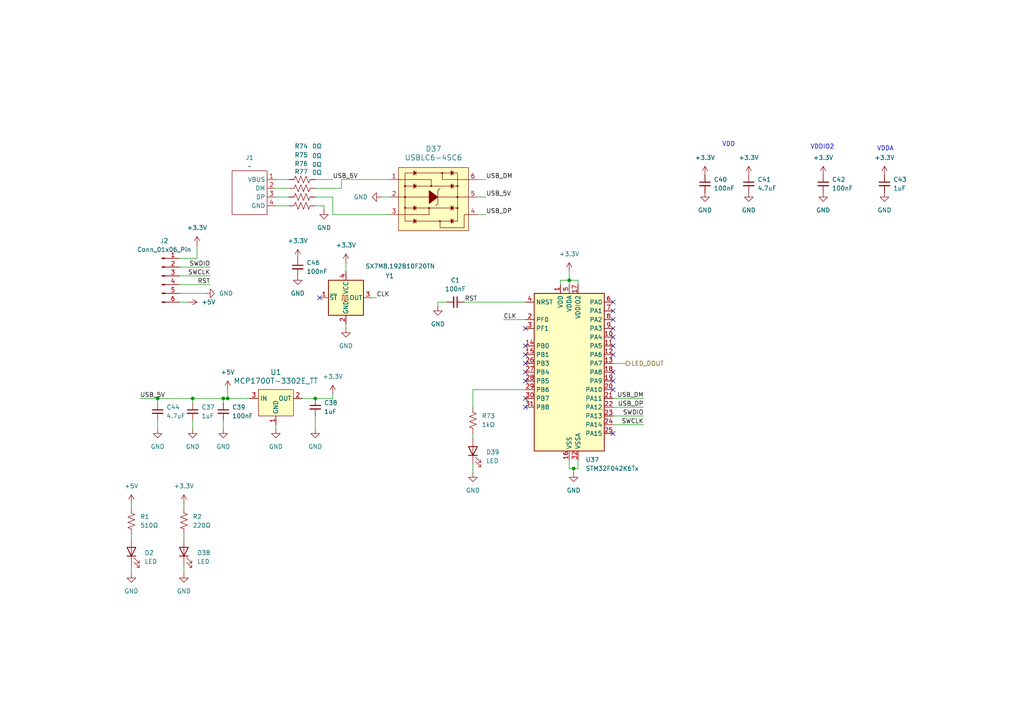
<source format=kicad_sch>
(kicad_sch (version 20231120) (generator "eeschema") (generator_version "8.0")
  (paper "A4")
  (lib_symbols
    (symbol "Connector:Conn_01x06_Pin" (pin_names (offset 1.016) hide)
      (property "Reference" "J" (at 0 7.62 0))
      (property "Value" "Conn_01x06_Pin" (at 0 -10.16 0))
      (symbol "Conn_01x06_Pin_1_1"
        (polyline (pts (xy 1.27 -7.62) (xy 0.8636 -7.62)) (stroke (width 0.1524)))
        (polyline (pts (xy 1.27 -5.08) (xy 0.8636 -5.08)) (stroke (width 0.1524)))
        (polyline (pts (xy 1.27 -2.54) (xy 0.8636 -2.54)) (stroke (width 0.1524)))
        (polyline (pts (xy 1.27 0) (xy 0.8636 0)) (stroke (width 0.1524)))
        (polyline (pts (xy 1.27 2.54) (xy 0.8636 2.54)) (stroke (width 0.1524)))
        (polyline (pts (xy 1.27 5.08) (xy 0.8636 5.08)) (stroke (width 0.1524)))
        (rectangle (start 0.8636 -7.493) (end 0 -7.747) (stroke (width 0.1524)) (fill (type outline)))
        (rectangle (start 0.8636 -4.953) (end 0 -5.207) (stroke (width 0.1524)) (fill (type outline)))
        (rectangle (start 0.8636 -2.413) (end 0 -2.667) (stroke (width 0.1524)) (fill (type outline)))
        (rectangle (start 0.8636 0.127) (end 0 -0.127) (stroke (width 0.1524)) (fill (type outline)))
        (rectangle (start 0.8636 2.667) (end 0 2.413) (stroke (width 0.1524)) (fill (type outline)))
        (rectangle (start 0.8636 5.207) (end 0 4.953) (stroke (width 0.1524)) (fill (type outline)))
        (pin passive line (at 5.08 5.08 180) (length 3.81) (name "Pin_1") (number "1"))
        (pin passive line (at 5.08 2.54 180) (length 3.81) (name "Pin_2") (number "2"))
        (pin passive line (at 5.08 0 180) (length 3.81) (name "Pin_3") (number "3"))
        (pin passive line (at 5.08 -2.54 180) (length 3.81) (name "Pin_4") (number "4"))
        (pin passive line (at 5.08 -5.08 180) (length 3.81) (name "Pin_5") (number "5"))
        (pin passive line (at 5.08 -7.62 180) (length 3.81) (name "Pin_6") (number "6"))
      )
    )
    (symbol "Device:C_Small" (pin_numbers hide) (pin_names (offset 0.254) hide)
      (property "Reference" "C" (at 0.254 1.778 0))
      (property "Value" "C_Small" (at 0.254 -2.032 0))
      (symbol "C_Small_0_1"
        (polyline (pts (xy -1.524 -0.508) (xy 1.524 -0.508)) (stroke (width 0.3302)))
        (polyline (pts (xy -1.524 0.508) (xy 1.524 0.508)) (stroke (width 0.3048)))
      )
      (symbol "C_Small_1_1"
        (pin passive line (at 0 2.54 270) (length 2.032) (name "~") (number "1"))
        (pin passive line (at 0 -2.54 90) (length 2.032) (name "~") (number "2"))
      )
    )
    (symbol "Device:LED" (pin_numbers hide) (pin_names (offset 1.016) hide)
      (property "Reference" "D" (at 0 2.54 0))
      (property "Value" "LED" (at 0 -2.54 0))
      (symbol "LED_0_1"
        (polyline (pts (xy -1.27 -1.27) (xy -1.27 1.27)) (stroke (width 0.254)))
        (polyline (pts (xy -1.27 0) (xy 1.27 0)))
        (polyline (pts (xy 1.27 -1.27) (xy 1.27 1.27) (xy -1.27 0) (xy 1.27 -1.27)) (stroke (width 0.254)))
        (polyline (pts (xy -3.048 -0.762) (xy -4.572 -2.286) (xy -3.81 -2.286) (xy -4.572 -2.286) (xy -4.572 -1.524)))
        (polyline (pts (xy -1.778 -0.762) (xy -3.302 -2.286) (xy -2.54 -2.286) (xy -3.302 -2.286) (xy -3.302 -1.524)))
      )
      (symbol "LED_1_1"
        (pin passive line (at -3.81 0 0) (length 2.54) (name "K") (number "1"))
        (pin passive line (at 3.81 0 180) (length 2.54) (name "A") (number "2"))
      )
    )
    (symbol "Device:R_US" (pin_numbers hide) (pin_names (offset 0))
      (property "Reference" "R" (at 2.54 0 90))
      (property "Value" "R_US" (at -2.54 0 90))
      (symbol "R_US_0_1"
        (polyline (pts (xy 0 -2.286) (xy 0 -2.54)))
        (polyline (pts (xy 0 2.286) (xy 0 2.54)))
        (polyline (pts (xy 0 -0.762) (xy 1.016 -1.143) (xy 0 -1.524) (xy -1.016 -1.905) (xy 0 -2.286)))
        (polyline (pts (xy 0 0.762) (xy 1.016 0.381) (xy 0 0) (xy -1.016 -0.381) (xy 0 -0.762)))
        (polyline (pts (xy 0 2.286) (xy 1.016 1.905) (xy 0 1.524) (xy -1.016 1.143) (xy 0 0.762)))
      )
      (symbol "R_US_1_1"
        (pin passive line (at 0 3.81 270) (length 1.27) (name "~") (number "1"))
        (pin passive line (at 0 -3.81 90) (length 1.27) (name "~") (number "2"))
      )
    )
    (symbol "MCU_ST_STM32F0:STM32F042K6Tx"
      (property "Reference" "U" (at -10.16 24.13 0))
      (property "Value" "STM32F042K6Tx" (at 5.08 24.13 0))
      (symbol "STM32F042K6Tx_0_1"
        (rectangle (start -10.16 -22.86) (end 10.16 22.86) (stroke (width 0.254)) (fill (type background)))
      )
      (symbol "STM32F042K6Tx_1_1"
        (pin power_in line (at -2.54 25.4 270) (length 2.54) (name "VDD") (number "1"))
        (pin bidirectional line (at 12.7 10.16 180) (length 2.54) (name "PA4") (number "10"))
        (pin bidirectional line (at 12.7 7.62 180) (length 2.54) (name "PA5") (number "11"))
        (pin bidirectional line (at 12.7 5.08 180) (length 2.54) (name "PA6") (number "12"))
        (pin bidirectional line (at 12.7 2.54 180) (length 2.54) (name "PA7") (number "13"))
        (pin bidirectional line (at -12.7 7.62 0) (length 2.54) (name "PB0") (number "14"))
        (pin bidirectional line (at -12.7 5.08 0) (length 2.54) (name "PB1") (number "15"))
        (pin power_in line (at 0 -25.4 90) (length 2.54) (name "VSS") (number "16"))
        (pin power_in line (at 2.54 25.4 270) (length 2.54) (name "VDDIO2") (number "17"))
        (pin bidirectional line (at 12.7 0 180) (length 2.54) (name "PA8") (number "18"))
        (pin bidirectional line (at 12.7 -2.54 180) (length 2.54) (name "PA9") (number "19"))
        (pin bidirectional line (at -12.7 15.24 0) (length 2.54) (name "PF0") (number "2"))
        (pin bidirectional line (at 12.7 -5.08 180) (length 2.54) (name "PA10") (number "20"))
        (pin bidirectional line (at 12.7 -7.62 180) (length 2.54) (name "PA11") (number "21"))
        (pin bidirectional line (at 12.7 -10.16 180) (length 2.54) (name "PA12") (number "22"))
        (pin bidirectional line (at 12.7 -12.7 180) (length 2.54) (name "PA13") (number "23"))
        (pin bidirectional line (at 12.7 -15.24 180) (length 2.54) (name "PA14") (number "24"))
        (pin bidirectional line (at 12.7 -17.78 180) (length 2.54) (name "PA15") (number "25"))
        (pin bidirectional line (at -12.7 2.54 0) (length 2.54) (name "PB3") (number "26"))
        (pin bidirectional line (at -12.7 0 0) (length 2.54) (name "PB4") (number "27"))
        (pin bidirectional line (at -12.7 -2.54 0) (length 2.54) (name "PB5") (number "28"))
        (pin bidirectional line (at -12.7 -5.08 0) (length 2.54) (name "PB6") (number "29"))
        (pin bidirectional line (at -12.7 12.7 0) (length 2.54) (name "PF1") (number "3"))
        (pin bidirectional line (at -12.7 -7.62 0) (length 2.54) (name "PB7") (number "30"))
        (pin bidirectional line (at -12.7 -10.16 0) (length 2.54) (name "PB8") (number "31"))
        (pin power_in line (at 2.54 -25.4 90) (length 2.54) (name "VSSA") (number "32"))
        (pin input line (at -12.7 20.32 0) (length 2.54) (name "NRST") (number "4"))
        (pin power_in line (at 0 25.4 270) (length 2.54) (name "VDDA") (number "5"))
        (pin bidirectional line (at 12.7 20.32 180) (length 2.54) (name "PA0") (number "6"))
        (pin bidirectional line (at 12.7 17.78 180) (length 2.54) (name "PA1") (number "7"))
        (pin bidirectional line (at 12.7 15.24 180) (length 2.54) (name "PA2") (number "8"))
        (pin bidirectional line (at 12.7 12.7 180) (length 2.54) (name "PA3") (number "9"))
      )
    )
    (symbol "Oscillator:SG-7050CAN" (pin_names (offset 0.254))
      (property "Reference" "X" (at -5.08 6.35 0))
      (property "Value" "SG-7050CAN" (at 1.27 -6.35 0))
      (symbol "SG-7050CAN_0_1"
        (rectangle (start -5.08 5.08) (end 5.08 -5.08) (stroke (width 0.254)) (fill (type background)))
        (polyline (pts (xy -1.27 -0.762) (xy -1.016 -0.762) (xy -1.016 0.762) (xy -0.508 0.762) (xy -0.508 -0.762) (xy 0 -0.762) (xy 0 0.762) (xy 0.508 0.762) (xy 0.508 -0.762) (xy 0.762 -0.762)))
      )
      (symbol "SG-7050CAN_1_1"
        (pin input line (at -7.62 0 0) (length 2.54) (name "~{ST}") (number "1"))
        (pin power_in line (at 0 -7.62 90) (length 2.54) (name "GND") (number "2"))
        (pin output line (at 7.62 0 180) (length 2.54) (name "OUT") (number "3"))
        (pin power_in line (at 0 7.62 270) (length 2.54) (name "VCC") (number "4"))
      )
    )
    (symbol "R_US_1" (pin_numbers hide) (pin_names (offset 0))
      (property "Reference" "R" (at 2.54 0 90))
      (property "Value" "R_US" (at -2.54 0 90))
      (symbol "R_US_1_0_1"
        (polyline (pts (xy 0 -2.286) (xy 0 -2.54)))
        (polyline (pts (xy 0 2.286) (xy 0 2.54)))
        (polyline (pts (xy 0 -0.762) (xy 1.016 -1.143) (xy 0 -1.524) (xy -1.016 -1.905) (xy 0 -2.286)))
        (polyline (pts (xy 0 0.762) (xy 1.016 0.381) (xy 0 0) (xy -1.016 -0.381) (xy 0 -0.762)))
        (polyline (pts (xy 0 2.286) (xy 1.016 1.905) (xy 0 1.524) (xy -1.016 1.143) (xy 0 0.762)))
      )
      (symbol "R_US_1_1_1"
        (pin passive line (at 0 3.81 270) (length 1.27) (name "~") (number "1"))
        (pin passive line (at 0 -3.81 90) (length 1.27) (name "~") (number "2"))
      )
    )
    (symbol "R_US_2" (pin_numbers hide) (pin_names (offset 0))
      (property "Reference" "R" (at 2.54 0 90))
      (property "Value" "R_US" (at -2.54 0 90))
      (symbol "R_US_2_0_1"
        (polyline (pts (xy 0 -2.286) (xy 0 -2.54)))
        (polyline (pts (xy 0 2.286) (xy 0 2.54)))
        (polyline (pts (xy 0 -0.762) (xy 1.016 -1.143) (xy 0 -1.524) (xy -1.016 -1.905) (xy 0 -2.286)))
        (polyline (pts (xy 0 0.762) (xy 1.016 0.381) (xy 0 0) (xy -1.016 -0.381) (xy 0 -0.762)))
        (polyline (pts (xy 0 2.286) (xy 1.016 1.905) (xy 0 1.524) (xy -1.016 1.143) (xy 0 0.762)))
      )
      (symbol "R_US_2_1_1"
        (pin passive line (at 0 3.81 270) (length 1.27) (name "~") (number "1"))
        (pin passive line (at 0 -3.81 90) (length 1.27) (name "~") (number "2"))
      )
    )
    (symbol "R_US_3" (pin_numbers hide) (pin_names (offset 0))
      (property "Reference" "R" (at 2.54 0 90))
      (property "Value" "R_US" (at -2.54 0 90))
      (symbol "R_US_3_0_1"
        (polyline (pts (xy 0 -2.286) (xy 0 -2.54)))
        (polyline (pts (xy 0 2.286) (xy 0 2.54)))
        (polyline (pts (xy 0 -0.762) (xy 1.016 -1.143) (xy 0 -1.524) (xy -1.016 -1.905) (xy 0 -2.286)))
        (polyline (pts (xy 0 0.762) (xy 1.016 0.381) (xy 0 0) (xy -1.016 -0.381) (xy 0 -0.762)))
        (polyline (pts (xy 0 2.286) (xy 1.016 1.905) (xy 0 1.524) (xy -1.016 1.143) (xy 0 0.762)))
      )
      (symbol "R_US_3_1_1"
        (pin passive line (at 0 3.81 270) (length 1.27) (name "~") (number "1"))
        (pin passive line (at 0 -3.81 90) (length 1.27) (name "~") (number "2"))
      )
    )
    (symbol "R_US_4" (pin_numbers hide) (pin_names (offset 0))
      (property "Reference" "R" (at 2.54 0 90))
      (property "Value" "R_US" (at -2.54 0 90))
      (symbol "R_US_4_0_1"
        (polyline (pts (xy 0 -2.286) (xy 0 -2.54)))
        (polyline (pts (xy 0 2.286) (xy 0 2.54)))
        (polyline (pts (xy 0 -0.762) (xy 1.016 -1.143) (xy 0 -1.524) (xy -1.016 -1.905) (xy 0 -2.286)))
        (polyline (pts (xy 0 0.762) (xy 1.016 0.381) (xy 0 0) (xy -1.016 -0.381) (xy 0 -0.762)))
        (polyline (pts (xy 0 2.286) (xy 1.016 1.905) (xy 0 1.524) (xy -1.016 1.143) (xy 0 0.762)))
      )
      (symbol "R_US_4_1_1"
        (pin passive line (at 0 3.81 270) (length 1.27) (name "~") (number "1"))
        (pin passive line (at 0 -3.81 90) (length 1.27) (name "~") (number "2"))
      )
    )
    (symbol "USB:USB"
      (property "Reference" "J" (at 5.334 6.604 0))
      (symbol "USB_0_1"
        (rectangle (start 6.35 5.08) (end -3.81 -7.62))
      )
      (symbol "USB_1_1"
        (pin power_in line (at 8.89 2.54 180) (length 2.54) (name "VBUS") (number "1"))
        (pin bidirectional line (at 8.89 0 180) (length 2.54) (name "DM") (number "2"))
        (pin bidirectional line (at 8.89 -2.54 180) (length 2.54) (name "DP") (number "3"))
        (pin power_out line (at 8.89 -5.08 180) (length 2.54) (name "GND") (number "4"))
      )
    )
    (symbol "dk_PMIC-Voltage-Regulators-Linear:MCP1700T-3302E_TT"
      (property "Reference" "U" (at 0 3.81 0))
      (property "Value" "MCP1700T-3302E_TT" (at 0 6.35 0))
      (symbol "MCP1700T-3302E_TT_0_1"
        (rectangle (start -5.08 2.54) (end 5.08 -5.08) (fill (type background)))
      )
      (symbol "MCP1700T-3302E_TT_1_1"
        (pin power_in line (at 0 -7.62 90) (length 2.54) (name "GND") (number "1"))
        (pin power_out line (at 7.62 0 180) (length 2.54) (name "OUT") (number "2"))
        (pin power_in line (at -7.62 0 0) (length 2.54) (name "IN") (number "3"))
      )
    )
    (symbol "dk_TVS-Diodes:USBLC6-4SC6" (pin_names (offset 1.016))
      (property "Reference" "D" (at -10.16 9.652 0))
      (property "Value" "USBLC6-4SC6" (at 0 -11.176 0))
      (symbol "USBLC6-4SC6_0_1"
        (rectangle (start -10.16 8.509) (end 10.16 -9.779) (fill (type background)))
        (circle (center -8.2804 3.2004) (radius 0.2032) (fill (type outline)))
        (circle (center -8.2296 -3.1496) (radius 0.2032) (fill (type outline)))
        (circle (center -8.2296 0) (radius 0.2032) (fill (type outline)))
        (circle (center -1.27 -3.2004) (radius 0.2032) (fill (type outline)))
        (circle (center -0.635 3.2004) (radius 0.2032) (fill (type outline)))
        (polyline (pts (xy -5.715 -3.175) (xy -8.255 -3.175)))
        (polyline (pts (xy -5.715 3.175) (xy -8.255 3.175)))
        (polyline (pts (xy -5.08 -6.985) (xy 5.08 -6.985)))
        (polyline (pts (xy -5.08 -6.35) (xy -5.08 -7.62)))
        (polyline (pts (xy -5.08 -3.175) (xy 5.08 -3.175)))
        (polyline (pts (xy -5.08 -2.54) (xy -5.08 -3.81)))
        (polyline (pts (xy -5.08 3.175) (xy 5.08 3.175)))
        (polyline (pts (xy -5.08 3.81) (xy -5.08 2.54)))
        (polyline (pts (xy -5.08 6.985) (xy 5.08 6.985)))
        (polyline (pts (xy -5.08 7.62) (xy -5.08 6.35)))
        (polyline (pts (xy 1.27 -1.905) (xy 0.635 -2.54)))
        (polyline (pts (xy 1.27 1.905) (xy 1.27 -1.905)))
        (polyline (pts (xy 1.27 1.905) (xy 1.905 2.54)))
        (polyline (pts (xy 5.715 -6.35) (xy 5.715 -7.62)))
        (polyline (pts (xy 5.715 -3.175) (xy 6.985 -3.175)))
        (polyline (pts (xy 5.715 -2.54) (xy 5.715 -3.81)))
        (polyline (pts (xy 5.715 3.175) (xy 6.985 3.175)))
        (polyline (pts (xy 5.715 3.81) (xy 5.715 2.54)))
        (polyline (pts (xy 5.715 6.35) (xy 5.715 6.35)))
        (polyline (pts (xy 5.715 7.62) (xy 5.715 6.35)))
        (polyline (pts (xy 6.985 0) (xy 1.27 0)))
        (polyline (pts (xy 6.985 3.175) (xy 6.985 3.175)))
        (polyline (pts (xy 10.16 0) (xy 6.985 0)))
        (polyline (pts (xy -10.16 -5.08) (xy -1.27 -5.08) (xy -1.27 -3.175)))
        (polyline (pts (xy -10.16 0) (xy -8.255 0) (xy -1.27 0)))
        (polyline (pts (xy -10.16 5.08) (xy -0.635 5.08) (xy -0.635 3.175)))
        (polyline (pts (xy 10.16 5.08) (xy 2.54 5.08) (xy 2.54 6.985)))
        (polyline (pts (xy -5.715 -6.35) (xy -5.715 -7.62) (xy -5.08 -6.985) (xy -5.715 -6.35)) (fill (type outline)))
        (polyline (pts (xy -5.715 -2.54) (xy -5.715 -3.81) (xy -5.08 -3.175) (xy -5.715 -2.54)) (fill (type outline)))
        (polyline (pts (xy -5.715 3.81) (xy -5.715 2.54) (xy -5.08 3.175) (xy -5.715 3.81)) (fill (type outline)))
        (polyline (pts (xy -5.715 7.62) (xy -5.715 6.35) (xy -5.08 6.985) (xy -5.715 7.62)) (fill (type outline)))
        (polyline (pts (xy -1.27 1.905) (xy -1.27 -1.905) (xy 1.27 0) (xy -1.27 1.905)) (fill (type outline)))
        (polyline (pts (xy 5.08 -6.35) (xy 5.08 -7.62) (xy 5.715 -6.985) (xy 5.08 -6.35)) (fill (type outline)))
        (polyline (pts (xy 5.08 -2.54) (xy 5.08 -3.81) (xy 5.715 -3.175) (xy 5.08 -2.54)) (fill (type outline)))
        (polyline (pts (xy 5.08 3.81) (xy 5.08 2.54) (xy 5.715 3.175) (xy 5.08 3.81)) (fill (type outline)))
        (polyline (pts (xy 5.08 7.62) (xy 5.08 6.35) (xy 5.715 6.985) (xy 5.08 7.62)) (fill (type outline)))
        (polyline (pts (xy 10.16 -5.08) (xy 8.89 -5.08) (xy 8.89 -8.89) (xy 1.905 -8.89) (xy 1.905 -6.985)))
        (circle (center 1.8796 -7.0104) (radius 0.2032) (fill (type outline)))
        (circle (center 2.54 6.9596) (radius 0.2032) (fill (type outline)))
        (circle (center 6.9596 -3.2004) (radius 0.2032) (fill (type outline)))
        (circle (center 6.9596 0) (radius 0.2032) (fill (type outline)))
        (circle (center 6.9596 3.2004) (radius 0.2032) (fill (type outline)))
      )
      (symbol "USBLC6-4SC6_1_1"
        (polyline (pts (xy -5.715 6.985) (xy -8.255 6.985) (xy -8.255 -6.985) (xy -5.715 -6.985)))
        (polyline (pts (xy 5.715 -6.985) (xy 6.985 -6.985) (xy 6.985 6.985) (xy 5.715 6.985)))
        (pin input line (at -12.7 5.08 0) (length 2.54) (name "~") (number "1"))
        (pin power_in line (at -12.7 0 0) (length 2.54) (name "~") (number "2"))
        (pin input line (at -12.7 -5.08 0) (length 2.54) (name "~") (number "3"))
        (pin input line (at 12.7 -5.08 180) (length 2.54) (name "~") (number "4"))
        (pin output line (at 12.7 0 180) (length 2.54) (name "~") (number "5"))
        (pin input line (at 12.7 5.08 180) (length 2.54) (name "~") (number "6"))
      )
    )
    (symbol "power:+3.3V" (power) (pin_numbers hide) (pin_names (offset 0) hide)
      (property "Value" "+3.3V" (at 0 3.556 0))
      (symbol "+3.3V_0_1"
        (polyline (pts (xy -0.762 1.27) (xy 0 2.54)))
        (polyline (pts (xy 0 0) (xy 0 2.54)))
        (polyline (pts (xy 0 2.54) (xy 0.762 1.27)))
      )
      (symbol "+3.3V_1_1"
        (pin power_in line (at 0 0 90) (length 0) (name "~") (number "1"))
      )
    )
    (symbol "power:+5V" (power) (pin_numbers hide) (pin_names (offset 0) hide)
      (property "Value" "+5V" (at 0 3.556 0))
      (symbol "+5V_0_1"
        (polyline (pts (xy -0.762 1.27) (xy 0 2.54)))
        (polyline (pts (xy 0 0) (xy 0 2.54)))
        (polyline (pts (xy 0 2.54) (xy 0.762 1.27)))
      )
      (symbol "+5V_1_1"
        (pin power_in line (at 0 0 90) (length 0) (name "~") (number "1"))
      )
    )
    (symbol "power:GND" (power) (pin_numbers hide) (pin_names (offset 0) hide)
      (property "Value" "GND" (at 0 -3.81 0))
      (symbol "GND_0_1"
        (polyline (pts (xy 0 0) (xy 0 -1.27) (xy 1.27 -1.27) (xy 0 -2.54) (xy -1.27 -1.27) (xy 0 -1.27)))
      )
      (symbol "GND_1_1"
        (pin power_in line (at 0 0 270) (length 0) (name "~") (number "1"))
      )
    )
  )
  (junction (at 91.44 115.57))
  (junction (at 66.04 115.57))
  (junction (at 64.77 115.57))
  (junction (at 165.1 81.28))
  (junction (at 55.88 115.57))
  (junction (at 166.37 135.89))
  (junction (at 45.72 115.57))
  (no_connect (at 177.8 113.03))
  (no_connect (at 177.8 102.87))
  (no_connect (at 152.4 100.33))
  (no_connect (at 152.4 115.57))
  (no_connect (at 177.8 100.33))
  (no_connect (at 152.4 110.49))
  (no_connect (at 152.4 95.25))
  (no_connect (at 177.8 87.63))
  (no_connect (at 177.8 95.25))
  (no_connect (at 152.4 118.11))
  (no_connect (at 177.8 110.49))
  (no_connect (at 152.4 105.41))
  (no_connect (at 177.8 125.73))
  (no_connect (at 177.8 92.71))
  (no_connect (at 152.4 102.87))
  (no_connect (at 152.4 107.95))
  (no_connect (at 177.8 107.95))
  (no_connect (at 177.8 97.79))
  (no_connect (at 92.71 86.36))
  (no_connect (at 177.8 90.17))
  (wire (pts (xy 96.52 114.3) (xy 96.52 115.57)))
  (wire (pts (xy 138.43 57.15) (xy 140.97 57.15)))
  (wire (pts (xy 96.52 62.23) (xy 96.52 57.15)))
  (wire (pts (xy 64.77 115.57) (xy 64.77 116.84)))
  (wire (pts (xy 177.8 105.41) (xy 181.61 105.41)))
  (wire (pts (xy 110.49 57.15) (xy 113.03 57.15)))
  (wire (pts (xy 52.07 87.63) (xy 54.61 87.63)))
  (wire (pts (xy 52.07 85.09) (xy 59.69 85.09)))
  (wire (pts (xy 152.4 113.03) (xy 137.16 113.03)))
  (wire (pts (xy 138.43 62.23) (xy 140.97 62.23)))
  (wire (pts (xy 55.88 115.57) (xy 55.88 116.84)))
  (wire (pts (xy 96.52 115.57) (xy 91.44 115.57)))
  (wire (pts (xy 52.07 82.55) (xy 60.96 82.55)))
  (wire (pts (xy 134.62 87.63) (xy 152.4 87.63)))
  (wire (pts (xy 177.8 115.57) (xy 186.69 115.57)))
  (wire (pts (xy 80.01 54.61) (xy 83.82 54.61)))
  (wire (pts (xy 53.34 156.21) (xy 53.34 154.94)))
  (wire (pts (xy 52.07 80.01) (xy 60.96 80.01)))
  (wire (pts (xy 55.88 121.92) (xy 55.88 124.46)))
  (wire (pts (xy 38.1 147.32) (xy 38.1 146.05)))
  (wire (pts (xy 177.8 118.11) (xy 186.69 118.11)))
  (wire (pts (xy 91.44 120.65) (xy 91.44 124.46)))
  (wire (pts (xy 146.05 92.71) (xy 152.4 92.71)))
  (wire (pts (xy 165.1 78.74) (xy 165.1 81.28)))
  (wire (pts (xy 177.8 120.65) (xy 186.69 120.65)))
  (wire (pts (xy 137.16 134.62) (xy 137.16 137.16)))
  (wire (pts (xy 45.72 115.57) (xy 45.72 116.84)))
  (wire (pts (xy 80.01 123.19) (xy 80.01 124.46)))
  (wire (pts (xy 45.72 121.92) (xy 45.72 124.46)))
  (wire (pts (xy 57.15 71.12) (xy 57.15 74.93)))
  (wire (pts (xy 66.04 113.03) (xy 66.04 115.57)))
  (wire (pts (xy 165.1 81.28) (xy 165.1 82.55)))
  (wire (pts (xy 91.44 54.61) (xy 99.06 54.61)))
  (wire (pts (xy 91.44 52.07) (xy 96.52 52.07)))
  (wire (pts (xy 66.04 115.57) (xy 72.39 115.57)))
  (wire (pts (xy 107.95 86.36) (xy 109.22 86.36)))
  (wire (pts (xy 99.06 52.07) (xy 113.03 52.07)))
  (wire (pts (xy 93.98 59.69) (xy 93.98 60.96)))
  (wire (pts (xy 165.1 81.28) (xy 167.64 81.28)))
  (wire (pts (xy 165.1 135.89) (xy 166.37 135.89)))
  (wire (pts (xy 40.64 115.57) (xy 45.72 115.57)))
  (wire (pts (xy 38.1 163.83) (xy 38.1 166.37)))
  (wire (pts (xy 162.56 81.28) (xy 162.56 82.55)))
  (wire (pts (xy 38.1 156.21) (xy 38.1 154.94)))
  (wire (pts (xy 45.72 115.57) (xy 55.88 115.57)))
  (wire (pts (xy 177.8 123.19) (xy 186.69 123.19)))
  (wire (pts (xy 53.34 163.83) (xy 53.34 166.37)))
  (wire (pts (xy 127 87.63) (xy 127 88.9)))
  (wire (pts (xy 166.37 135.89) (xy 166.37 137.16)))
  (wire (pts (xy 100.33 93.98) (xy 100.33 95.25)))
  (wire (pts (xy 64.77 121.92) (xy 64.77 124.46)))
  (wire (pts (xy 80.01 59.69) (xy 83.82 59.69)))
  (wire (pts (xy 167.64 81.28) (xy 167.64 82.55)))
  (wire (pts (xy 52.07 77.47) (xy 60.96 77.47)))
  (wire (pts (xy 91.44 115.57) (xy 87.63 115.57)))
  (wire (pts (xy 55.88 115.57) (xy 64.77 115.57)))
  (wire (pts (xy 66.04 115.57) (xy 64.77 115.57)))
  (wire (pts (xy 165.1 81.28) (xy 162.56 81.28)))
  (wire (pts (xy 99.06 54.61) (xy 99.06 52.07)))
  (wire (pts (xy 91.44 59.69) (xy 93.98 59.69)))
  (wire (pts (xy 80.01 57.15) (xy 83.82 57.15)))
  (wire (pts (xy 138.43 52.07) (xy 140.97 52.07)))
  (wire (pts (xy 137.16 113.03) (xy 137.16 118.11)))
  (wire (pts (xy 100.33 76.2) (xy 100.33 78.74)))
  (wire (pts (xy 137.16 127) (xy 137.16 125.73)))
  (wire (pts (xy 167.64 133.35) (xy 167.64 135.89)))
  (wire (pts (xy 113.03 62.23) (xy 96.52 62.23)))
  (wire (pts (xy 127 87.63) (xy 129.54 87.63)))
  (wire (pts (xy 57.15 74.93) (xy 52.07 74.93)))
  (wire (pts (xy 165.1 133.35) (xy 165.1 135.89)))
  (wire (pts (xy 80.01 52.07) (xy 83.82 52.07)))
  (wire (pts (xy 166.37 135.89) (xy 167.64 135.89)))
  (wire (pts (xy 96.52 57.15) (xy 91.44 57.15)))
  (wire (pts (xy 53.34 147.32) (xy 53.34 146.05)))
  (text "VDDA" (at 256.794 43.18 0) (effects (font (size 1.27 1.27))))
  (text "VDD" (at 211.328 41.91 0) (effects (font (size 1.27 1.27))))
  (text "VDDIO2" (at 238.506 42.672 0) (effects (font (size 1.27 1.27))))
  (label "SWCLK" (at 186.69 123.19 180))
  (label "USB_DM" (at 186.69 115.57 180))
  (label "RST" (at 138.43 87.63 180))
  (label "CLK" (at 146.05 92.71 0))
  (label "SWDIO" (at 60.96 77.47 180))
  (label "USB_DP" (at 186.69 118.11 180))
  (label "CLK" (at 109.22 86.36 0))
  (label "SWDIO" (at 186.69 120.65 180))
  (label "SWCLK" (at 60.96 80.01 180))
  (label "USB_DM" (at 140.97 52.07 0))
  (label "USB_DP" (at 140.97 62.23 0))
  (label "RST" (at 60.96 82.55 180))
  (label "USB_5V" (at 40.64 115.57 0))
  (label "USB_5V" (at 96.52 52.07 0))
  (label "USB_5V" (at 140.97 57.15 0))
  (hierarchical_label "LED_DOUT" (shape output) (at 181.61 105.41 0))
  (symbol (lib_id "Device:R_US") (at 137.16 121.92 0) (unit 1)
    (property "Reference" "R73" (at 139.7 120.6499 0) (effects (justify left)))
    (property "Value" "1kΩ" (at 139.7 123.1899 0) (effects (justify left)))
    (property "Footprint" "Resistor_SMD:R_0603_1608Metric" (effects (hide yes)))
    (property "Description" "Resistor, US symbol" (effects (hide yes)))
  )
  (symbol (lib_id "power:+3.3V") (at 217.17 50.8 0) (unit 1)
    (property "Reference" "#PWR0157" (effects (hide yes)))
    (property "Value" "+3.3V" (at 217.17 45.72 0))
    (property "Description" "Power symbol creates a global label with name \"+3.3V\"" (effects (hide yes)))
  )
  (symbol (lib_id "Device:C_Small") (at 256.54 53.34 0) (unit 1)
    (property "Reference" "C43" (at 259.08 52.0762 0) (effects (justify left)))
    (property "Value" "1uF" (at 259.08 54.6162 0) (effects (justify left)))
    (property "Footprint" "Capacitor_SMD:C_0402_1005Metric" (effects (hide yes)))
    (property "Description" "Unpolarized capacitor, small symbol" (effects (hide yes)))
  )
  (symbol (lib_id "power:GND") (at 55.88 124.46 0) (unit 1)
    (property "Reference" "#PWR0148" (effects (hide yes)))
    (property "Value" "GND" (at 55.88 129.54 0))
    (property "Description" "Power symbol creates a global label with name \"GND\" , ground" (effects (hide yes)))
  )
  (symbol (lib_name "R_US_4") (lib_id "Device:R_US") (at 87.63 52.07 90) (unit 1)
    (property "Reference" "R74" (at 87.376 42.418 90))
    (property "Value" "0Ω" (at 91.948 42.418 90))
    (property "Footprint" "Resistor_SMD:R_0603_1608Metric" (effects (hide yes)))
    (property "Description" "Resistor, US symbol" (effects (hide yes)))
  )
  (symbol (lib_name "R_US_2") (lib_id "Device:R_US") (at 87.63 54.61 90) (unit 1)
    (property "Reference" "R75" (at 87.376 44.958 90))
    (property "Value" "0Ω" (at 91.948 45.212 90))
    (property "Footprint" "Resistor_SMD:R_0603_1608Metric" (effects (hide yes)))
    (property "Description" "Resistor, US symbol" (effects (hide yes)))
  )
  (symbol (lib_id "Device:C_Small") (at 238.76 53.34 0) (unit 1)
    (property "Reference" "C42" (at 241.3 52.0762 0) (effects (justify left)))
    (property "Value" "100nF" (at 241.3 54.6162 0) (effects (justify left)))
    (property "Footprint" "Capacitor_SMD:C_0402_1005Metric" (effects (hide yes)))
    (property "Description" "Unpolarized capacitor, small symbol" (effects (hide yes)))
  )
  (symbol (lib_id "power:+5V") (at 66.04 113.03 0) (unit 1)
    (property "Reference" "#PWR02" (effects (hide yes)))
    (property "Value" "+5V" (at 66.04 107.95 0))
    (property "Description" "Power symbol creates a global label with name \"+5V\"" (effects (hide yes)))
  )
  (symbol (lib_id "power:GND") (at 80.01 124.46 0) (unit 1)
    (property "Reference" "#PWR0151" (effects (hide yes)))
    (property "Value" "GND" (at 80.01 129.54 0))
    (property "Description" "Power symbol creates a global label with name \"GND\" , ground" (effects (hide yes)))
  )
  (symbol (lib_id "power:+3.3V") (at 53.34 146.05 0) (unit 1)
    (property "Reference" "#PWR0167" (effects (hide yes)))
    (property "Value" "+3.3V" (at 53.34 140.97 0))
    (property "Description" "Power symbol creates a global label with name \"+3.3V\"" (effects (hide yes)))
  )
  (symbol (lib_id "dk_PMIC-Voltage-Regulators-Linear:MCP1700T-3302E_TT") (at 80.01 115.57 0) (unit 1)
    (property "Reference" "U1" (at 80.01 107.95 0) (effects (font (size 1.524 1.524))))
    (property "Value" "MCP1700T-3302E_TT" (at 80.01 110.49 0) (effects (font (size 1.524 1.524))))
    (property "Footprint" "digikey-footprints:SOT-23-3" (effects (hide yes)))
    (property "Datasheet" "http://www.microchip.com/mymicrochip/filehandler.aspx?ddocname=en011779" (effects (hide yes)))
    (property "Description" "IC REG LINEAR 3.3V 250MA SOT23-3" (effects (hide yes)))
    (property "Digi-Key_PN" "MCP1700T3302ETTCT-ND" (effects (hide yes)))
    (property "MPN" "MCP1700T-3302E/TT" (effects (hide yes)))
    (property "Category" "Integrated Circuits (ICs)" (effects (hide yes)))
    (property "Family" "PMIC - Voltage Regulators - Linear" (effects (hide yes)))
    (property "DK_Datasheet_Link" "http://www.microchip.com/mymicrochip/filehandler.aspx?ddocname=en011779" (effects (hide yes)))
    (property "DK_Detail_Page" "/product-detail/en/microchip-technology/MCP1700T-3302E-TT/MCP1700T3302ETTCT-ND/652677" (effects (hide yes)))
    (property "Description_1" "IC REG LINEAR 3.3V 250MA SOT23-3" (effects (hide yes)))
    (property "Manufacturer" "Microchip Technology" (effects (hide yes)))
    (property "Status" "Active" (effects (hide yes)))
  )
  (symbol (lib_id "power:GND") (at 256.54 55.88 0) (unit 1)
    (property "Reference" "#PWR0162" (effects (hide yes)))
    (property "Value" "GND" (at 256.54 60.96 0))
    (property "Description" "Power symbol creates a global label with name \"GND\" , ground" (effects (hide yes)))
  )
  (symbol (lib_id "power:GND") (at 137.16 137.16 0) (unit 1)
    (property "Reference" "#PWR0169" (effects (hide yes)))
    (property "Value" "GND" (at 137.16 142.24 0))
    (property "Description" "Power symbol creates a global label with name \"GND\" , ground" (effects (hide yes)))
  )
  (symbol (lib_id "Device:C_Small") (at 204.47 53.34 0) (unit 1)
    (property "Reference" "C40" (at 207.01 52.0762 0) (effects (justify left)))
    (property "Value" "100nF" (at 207.01 54.6162 0) (effects (justify left)))
    (property "Footprint" "Capacitor_SMD:C_0402_1005Metric" (effects (hide yes)))
    (property "Description" "Unpolarized capacitor, small symbol" (effects (hide yes)))
  )
  (symbol (lib_id "power:+3.3V") (at 165.1 78.74 0) (unit 1)
    (property "Reference" "#PWR0154" (effects (hide yes)))
    (property "Value" "+3.3V" (at 165.1 73.66 0))
    (property "Description" "Power symbol creates a global label with name \"+3.3V\"" (effects (hide yes)))
  )
  (symbol (lib_id "Device:C_Small") (at 55.88 119.38 0) (unit 1)
    (property "Reference" "C37" (at 58.42 118.1162 0) (effects (justify left)))
    (property "Value" "1uF" (at 58.42 120.6562 0) (effects (justify left)))
    (property "Footprint" "Capacitor_SMD:C_0402_1005Metric" (effects (hide yes)))
    (property "Description" "Unpolarized capacitor, small symbol" (effects (hide yes)))
  )
  (symbol (lib_id "power:GND") (at 64.77 124.46 0) (unit 1)
    (property "Reference" "#PWR0153" (effects (hide yes)))
    (property "Value" "GND" (at 64.77 129.54 0))
    (property "Description" "Power symbol creates a global label with name \"GND\" , ground" (effects (hide yes)))
  )
  (symbol (lib_id "power:GND") (at 93.98 60.96 0) (unit 1)
    (property "Reference" "#PWR0170" (effects (hide yes)))
    (property "Value" "GND" (at 93.98 66.04 0))
    (property "Description" "Power symbol creates a global label with name \"GND\" , ground" (effects (hide yes)))
  )
  (symbol (lib_id "power:GND") (at 45.72 124.46 0) (unit 1)
    (property "Reference" "#PWR0164" (effects (hide yes)))
    (property "Value" "GND" (at 45.72 129.54 0))
    (property "Description" "Power symbol creates a global label with name \"GND\" , ground" (effects (hide yes)))
  )
  (symbol (lib_id "power:GND") (at 86.36 80.01 0) (unit 1)
    (property "Reference" "#PWR0175" (effects (hide yes)))
    (property "Value" "GND" (at 86.36 85.09 0))
    (property "Description" "Power symbol creates a global label with name \"GND\" , ground" (effects (hide yes)))
  )
  (symbol (lib_id "power:GND") (at 166.37 137.16 0) (unit 1)
    (property "Reference" "#PWR0147" (effects (hide yes)))
    (property "Value" "GND" (at 166.37 142.24 0))
    (property "Description" "Power symbol creates a global label with name \"GND\" , ground" (effects (hide yes)))
  )
  (symbol (lib_id "power:GND") (at 110.49 57.15 270) (unit 1)
    (property "Reference" "#PWR0149" (effects (hide yes)))
    (property "Value" "GND" (at 106.68 57.1499 90) (effects (justify right)))
    (property "Description" "Power symbol creates a global label with name \"GND\" , ground" (effects (hide yes)))
  )
  (symbol (lib_id "power:GND") (at 238.76 55.88 0) (unit 1)
    (property "Reference" "#PWR0160" (effects (hide yes)))
    (property "Value" "GND" (at 238.76 60.96 0))
    (property "Description" "Power symbol creates a global label with name \"GND\" , ground" (effects (hide yes)))
  )
  (symbol (lib_id "Device:R_US") (at 53.34 151.13 0) (unit 1)
    (property "Reference" "R2" (at 55.88 149.8599 0) (effects (justify left)))
    (property "Value" "220Ω" (at 55.88 152.3999 0) (effects (justify left)))
    (property "Footprint" "Resistor_SMD:R_0603_1608Metric" (effects (hide yes)))
    (property "Description" "Resistor, US symbol" (effects (hide yes)))
  )
  (symbol (lib_id "Device:C_Small") (at 86.36 77.47 0) (unit 1)
    (property "Reference" "C46" (at 88.9 76.2062 0) (effects (justify left)))
    (property "Value" "100nF" (at 88.9 78.7462 0) (effects (justify left)))
    (property "Footprint" "Capacitor_SMD:C_0402_1005Metric" (effects (hide yes)))
    (property "Description" "Unpolarized capacitor, small symbol" (effects (hide yes)))
  )
  (symbol (lib_id "Device:C_Small") (at 132.08 87.63 270) (unit 1)
    (property "Reference" "C1" (at 132.0736 81.28 90))
    (property "Value" "100nF" (at 132.0736 83.82 90))
    (property "Footprint" "Capacitor_SMD:C_0402_1005Metric" (effects (hide yes)))
    (property "Description" "Unpolarized capacitor, small symbol" (effects (hide yes)))
  )
  (symbol (lib_id "dk_TVS-Diodes:USBLC6-4SC6") (at 125.73 57.15 0) (unit 1)
    (property "Reference" "D37" (at 125.73 43.18 0) (effects (font (size 1.524 1.524))))
    (property "Value" "USBLC6-4SC6" (at 125.73 45.72 0) (effects (font (size 1.524 1.524))))
    (property "Footprint" "digikey-footprints:SOT23-6L" (effects (hide yes)))
    (property "Datasheet" "http://www.st.com/content/ccc/resource/technical/document/datasheet/9a/e6/1c/4f/b6/9a/44/e6/CD00047494.pdf/files/CD00047494.pdf/jcr:content/translations/en.CD00047494.pdf" (effects (hide yes)))
    (property "Description" "TVS DIODE 5.25V 17V SOT23-6" (effects (hide yes)))
    (property "Digi-Key_PN" "497-4492-1-ND" (effects (hide yes)))
    (property "MPN" "USBLC6-4SC6" (effects (hide yes)))
    (property "Category" "Circuit Protection" (effects (hide yes)))
    (property "Family" "TVS - Diodes" (effects (hide yes)))
    (property "DK_Datasheet_Link" "http://www.st.com/content/ccc/resource/technical/document/datasheet/9a/e6/1c/4f/b6/9a/44/e6/CD00047494.pdf/files/CD00047494.pdf/jcr:content/translations/en.CD00047494.pdf" (effects (hide yes)))
    (property "DK_Detail_Page" "/product-detail/en/stmicroelectronics/USBLC6-4SC6/497-4492-1-ND/725667" (effects (hide yes)))
    (property "Description_1" "TVS DIODE 5.25V 17V SOT23-6" (effects (hide yes)))
    (property "Manufacturer" "STMicroelectronics" (effects (hide yes)))
    (property "Status" "Active" (effects (hide yes)))
  )
  (symbol (lib_id "Device:C_Small") (at 217.17 53.34 0) (unit 1)
    (property "Reference" "C41" (at 219.71 52.0762 0) (effects (justify left)))
    (property "Value" "4.7uF" (at 219.71 54.6162 0) (effects (justify left)))
    (property "Footprint" "Capacitor_SMD:C_0805_2012Metric" (effects (hide yes)))
    (property "Description" "Unpolarized capacitor, small symbol" (effects (hide yes)))
  )
  (symbol (lib_id "USB:USB") (at 71.12 54.61 0) (unit 1)
    (property "Reference" "J1" (at 72.39 45.72 0))
    (property "Value" "~" (at 72.39 48.26 0))
    (property "Footprint" "USB:USB_PCBEDGE" (effects (hide yes)))
  )
  (symbol (lib_id "Device:LED") (at 38.1 160.02 90) (unit 1)
    (property "Reference" "D2" (at 41.91 160.3374 90) (effects (justify right)))
    (property "Value" "LED" (at 41.91 162.8774 90) (effects (justify right)))
    (property "Footprint" "LED_SMD:LED_0603_1608Metric" (effects (hide yes)))
    (property "Description" "Light emitting diode" (effects (hide yes)))
  )
  (symbol (lib_id "power:+3.3V") (at 86.36 74.93 0) (unit 1)
    (property "Reference" "#PWR0176" (effects (hide yes)))
    (property "Value" "+3.3V" (at 86.36 69.85 0))
    (property "Description" "Power symbol creates a global label with name \"+3.3V\"" (effects (hide yes)))
  )
  (symbol (lib_id "Connector:Conn_01x06_Pin") (at 46.99 80.01 0) (unit 1)
    (property "Reference" "J2" (at 47.625 69.85 0))
    (property "Value" "Conn_01x06_Pin" (at 47.625 72.39 0))
    (property "Footprint" "Connector_PinHeader_2.54mm:PinHeader_1x06_P2.54mm_Vertical" (effects (hide yes)))
    (property "Description" "Generic connector, single row, 01x06, script generated" (effects (hide yes)))
  )
  (symbol (lib_id "power:GND") (at 217.17 55.88 0) (unit 1)
    (property "Reference" "#PWR0158" (effects (hide yes)))
    (property "Value" "GND" (at 217.17 60.96 0))
    (property "Description" "Power symbol creates a global label with name \"GND\" , ground" (effects (hide yes)))
  )
  (symbol (lib_id "power:+3.3V") (at 96.52 114.3 0) (unit 1)
    (property "Reference" "#PWR0150" (effects (hide yes)))
    (property "Value" "+3.3V" (at 96.52 109.22 0))
    (property "Description" "Power symbol creates a global label with name \"+3.3V\"" (effects (hide yes)))
  )
  (symbol (lib_id "Device:LED") (at 137.16 130.81 90) (unit 1)
    (property "Reference" "D39" (at 140.97 131.1274 90) (effects (justify right)))
    (property "Value" "LED" (at 140.97 133.6674 90) (effects (justify right)))
    (property "Footprint" "LED_SMD:LED_0603_1608Metric" (effects (hide yes)))
    (property "Description" "Light emitting diode" (effects (hide yes)))
  )
  (symbol (lib_id "power:+3.3V") (at 238.76 50.8 0) (unit 1)
    (property "Reference" "#PWR0159" (effects (hide yes)))
    (property "Value" "+3.3V" (at 238.76 45.72 0))
    (property "Description" "Power symbol creates a global label with name \"+3.3V\"" (effects (hide yes)))
  )
  (symbol (lib_id "power:GND") (at 38.1 166.37 0) (unit 1)
    (property "Reference" "#PWR0166" (effects (hide yes)))
    (property "Value" "GND" (at 38.1 171.45 0))
    (property "Description" "Power symbol creates a global label with name \"GND\" , ground" (effects (hide yes)))
  )
  (symbol (lib_name "R_US_1") (lib_id "Device:R_US") (at 87.63 57.15 90) (unit 1)
    (property "Reference" "R76" (at 87.376 47.498 90))
    (property "Value" "0Ω" (at 91.948 47.752 90))
    (property "Footprint" "Resistor_SMD:R_0603_1608Metric" (effects (hide yes)))
    (property "Description" "Resistor, US symbol" (effects (hide yes)))
  )
  (symbol (lib_id "Device:C_Small") (at 64.77 119.38 0) (unit 1)
    (property "Reference" "C39" (at 67.31 118.1162 0) (effects (justify left)))
    (property "Value" "100nF" (at 67.31 120.6562 0) (effects (justify left)))
    (property "Footprint" "Capacitor_SMD:C_0402_1005Metric" (effects (hide yes)))
    (property "Description" "Unpolarized capacitor, small symbol" (effects (hide yes)))
  )
  (symbol (lib_id "power:+3.3V") (at 204.47 50.8 0) (unit 1)
    (property "Reference" "#PWR0155" (effects (hide yes)))
    (property "Value" "+3.3V" (at 204.47 45.72 0))
    (property "Description" "Power symbol creates a global label with name \"+3.3V\"" (effects (hide yes)))
  )
  (symbol (lib_id "power:+5V") (at 38.1 146.05 0) (unit 1)
    (property "Reference" "#PWR0165" (effects (hide yes)))
    (property "Value" "+5V" (at 38.1 140.97 0))
    (property "Description" "Power symbol creates a global label with name \"+5V\"" (effects (hide yes)))
  )
  (symbol (lib_id "power:+3.3V") (at 256.54 50.8 0) (unit 1)
    (property "Reference" "#PWR0161" (effects (hide yes)))
    (property "Value" "+3.3V" (at 256.54 45.72 0))
    (property "Description" "Power symbol creates a global label with name \"+3.3V\"" (effects (hide yes)))
  )
  (symbol (lib_id "Device:C_Small") (at 45.72 119.38 0) (unit 1)
    (property "Reference" "C44" (at 48.26 118.1162 0) (effects (justify left)))
    (property "Value" "4.7uF" (at 48.26 120.6562 0) (effects (justify left)))
    (property "Footprint" "Capacitor_SMD:C_0603_1608Metric" (effects (hide yes)))
    (property "Description" "Unpolarized capacitor, small symbol" (effects (hide yes)))
  )
  (symbol (lib_id "Device:LED") (at 53.34 160.02 90) (unit 1)
    (property "Reference" "D38" (at 57.15 160.3374 90) (effects (justify right)))
    (property "Value" "LED" (at 57.15 162.8774 90) (effects (justify right)))
    (property "Footprint" "LED_SMD:LED_0603_1608Metric" (effects (hide yes)))
    (property "Description" "Light emitting diode" (effects (hide yes)))
  )
  (symbol (lib_id "power:GND") (at 53.34 166.37 0) (unit 1)
    (property "Reference" "#PWR0168" (effects (hide yes)))
    (property "Value" "GND" (at 53.34 171.45 0))
    (property "Description" "Power symbol creates a global label with name \"GND\" , ground" (effects (hide yes)))
  )
  (symbol (lib_id "power:GND") (at 91.44 124.46 0) (unit 1)
    (property "Reference" "#PWR0152" (effects (hide yes)))
    (property "Value" "GND" (at 91.44 129.54 0))
    (property "Description" "Power symbol creates a global label with name \"GND\" , ground" (effects (hide yes)))
  )
  (symbol (lib_id "power:GND") (at 100.33 95.25 0) (unit 1)
    (property "Reference" "#PWR0174" (effects (hide yes)))
    (property "Value" "GND" (at 100.33 100.33 0))
    (property "Description" "Power symbol creates a global label with name \"GND\" , ground" (effects (hide yes)))
  )
  (symbol (lib_id "power:+5V") (at 54.61 87.63 270) (unit 1)
    (property "Reference" "#PWR0163" (effects (hide yes)))
    (property "Value" "+5V" (at 58.42 87.6299 90) (effects (justify left)))
    (property "Description" "Power symbol creates a global label with name \"+5V\"" (effects (hide yes)))
  )
  (symbol (lib_id "Oscillator:SG-7050CAN") (at 100.33 86.36 0) (unit 1)
    (property "Reference" "Y1" (at 113.03 80.0414 0))
    (property "Value" "SX7M8.192B10F20TN" (at 116.078 77.216 0))
    (property "Footprint" "Oscillator:Oscillator_SMD_SeikoEpson_SG8002CA-4Pin_7.0x5.0mm" (effects (hide yes)))
    (property "Datasheet" "https://support.epson.biz/td/api/doc_check.php?dl=brief_SG7050CAN&lang=en" (effects (hide yes)))
    (property "Description" "CMOS Clock Oscillator 1 to 75 MHz" (effects (hide yes)))
  )
  (symbol (lib_id "power:GND") (at 127 88.9 0) (unit 1)
    (property "Reference" "#PWR01" (effects (hide yes)))
    (property "Value" "GND" (at 127 93.98 0))
    (property "Description" "Power symbol creates a global label with name \"GND\" , ground" (effects (hide yes)))
  )
  (symbol (lib_id "Device:C_Small") (at 91.44 118.11 0) (unit 1)
    (property "Reference" "C38" (at 93.98 116.8462 0) (effects (justify left)))
    (property "Value" "1uF" (at 93.98 119.3862 0) (effects (justify left)))
    (property "Footprint" "Capacitor_SMD:C_0402_1005Metric" (effects (hide yes)))
    (property "Description" "Unpolarized capacitor, small symbol" (effects (hide yes)))
  )
  (symbol (lib_id "power:GND") (at 59.69 85.09 90) (unit 1)
    (property "Reference" "#PWR0146" (effects (hide yes)))
    (property "Value" "GND" (at 63.5 85.0899 90) (effects (justify right)))
    (property "Description" "Power symbol creates a global label with name \"GND\" , ground" (effects (hide yes)))
  )
  (symbol (lib_id "power:+3.3V") (at 100.33 76.2 0) (unit 1)
    (property "Reference" "#PWR0173" (effects (hide yes)))
    (property "Value" "+3.3V" (at 100.33 71.12 0))
    (property "Description" "Power symbol creates a global label with name \"+3.3V\"" (effects (hide yes)))
  )
  (symbol (lib_id "MCU_ST_STM32F0:STM32F042K6Tx") (at 165.1 107.95 0) (unit 1)
    (property "Reference" "U37" (at 169.8341 133.35 0) (effects (justify left)))
    (property "Value" "STM32F042K6Tx" (at 169.8341 135.89 0) (effects (justify left)))
    (property "Footprint" "Package_QFP:LQFP-32_7x7mm_P0.8mm" (effects (hide yes)))
    (property "Datasheet" "https://www.st.com/resource/en/datasheet/stm32f042k6.pdf" (effects (hide yes)))
    (property "Description" "STMicroelectronics Arm Cortex-M0 MCU, 32KB flash, 6KB RAM, 48 MHz, 2.0-3.6V, 26 GPIO, LQFP32" (effects (hide yes)))
  )
  (symbol (lib_id "power:+3.3V") (at 57.15 71.12 0) (unit 1)
    (property "Reference" "#PWR0145" (effects (hide yes)))
    (property "Value" "+3.3V" (at 57.15 66.04 0))
    (property "Description" "Power symbol creates a global label with name \"+3.3V\"" (effects (hide yes)))
  )
  (symbol (lib_name "R_US_3") (lib_id "Device:R_US") (at 87.63 59.69 90) (unit 1)
    (property "Reference" "R77" (at 87.376 49.784 90))
    (property "Value" "0Ω" (at 91.948 50.038 90))
    (property "Footprint" "Resistor_SMD:R_0603_1608Metric" (effects (hide yes)))
    (property "Description" "Resistor, US symbol" (effects (hide yes)))
  )
  (symbol (lib_id "power:GND") (at 204.47 55.88 0) (unit 1)
    (property "Reference" "#PWR0156" (effects (hide yes)))
    (property "Value" "GND" (at 204.47 60.96 0))
    (property "Description" "Power symbol creates a global label with name \"GND\" , ground" (effects (hide yes)))
  )
  (symbol (lib_id "Device:R_US") (at 38.1 151.13 0) (unit 1)
    (property "Reference" "R1" (at 40.64 149.8599 0) (effects (justify left)))
    (property "Value" "510Ω" (at 40.64 152.3999 0) (effects (justify left)))
    (property "Footprint" "Resistor_SMD:R_0603_1608Metric" (effects (hide yes)))
    (property "Description" "Resistor, US symbol" (effects (hide yes)))
  )
)
</source>
